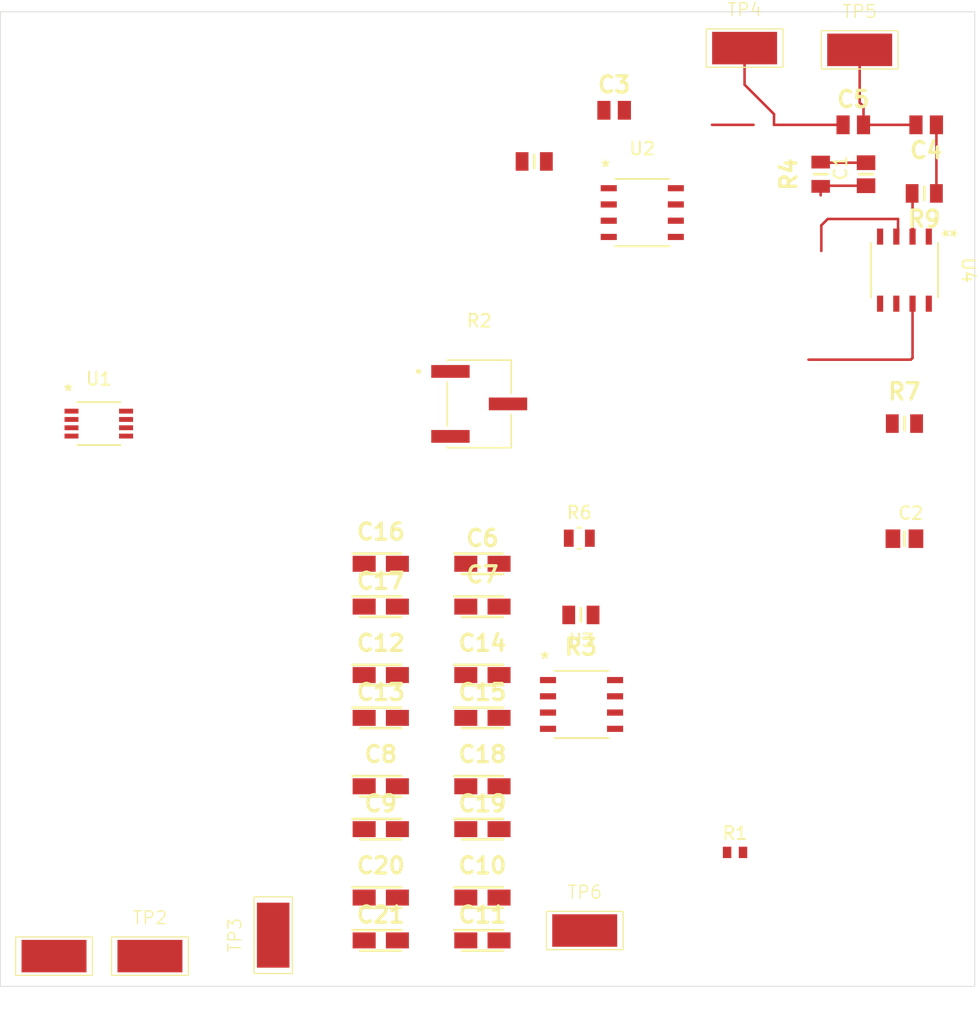
<source format=kicad_pcb>
(kicad_pcb (version 20241229) (generator "pcbnew") (generator_version "9.0")
  (layers (0 "F.Cu" signal) (4 "In1.Cu" signal) (6 "In2.Cu" signal) (8 "In3.Cu" signal) (10 "In4.Cu" signal) (2 "B.Cu" signal) (13 "F.Paste" user) (15 "B.Paste" user) (5 "F.SilkS" user "F.Silkscreen") (7 "B.SilkS" user "B.Silkscreen") (1 "F.Mask" user) (3 "B.Mask" user) (25 "Edge.Cuts" user))
  (net 0 "")
  (net 1 "Net-(U1-IN-)")
  (net 2 "Net-(U2--INA)")
  (net 3 "Net-(U3-+INA)")
  (net 4 "Net-(U4--INA)")
  (net 5 "Net-(C3-Pad1)")
  (net 6 "/PA98_in")
  (net 7 "Net-(C4-Pad1)")
  (net 8 "/measurement_in")
  (net 9 "GND")
  (net 10 "/Vplus")
  (net 11 "/Vminus")
  (net 12 "Net-(U1-RG+)")
  (net 13 "Net-(U1-RG-)")
  (net 15 "Net-(R2-Pad1)")
  (net 16 "Net-(U3--INA)")
  (net 17 "Net-(U1-IN+)")
  (net 18 "/Control_out")
  (footprint "Custom_capacitors:CAPC2012X145N(200pF 0805 0.1err)" (layer "F.Cu") (at 148.3 83)
    (property "Reference" "C3" (at 0 -2 0) (layer "F.SilkS") (effects (font (size 1.27 1.27) (thickness 0.254))))
    (property "Value" "200p" (hide yes))
    (pad "1" smd rect (at -0.8 0) (size 1.03 1.47) (layers "F.Cu" "F.Mask" "F.Paste") (net 5 "Net-(C3-Pad1)"))
    (pad "2" smd rect (at 0.8 0) (size 1.03 1.47) (layers "F.Cu" "F.Mask" "F.Paste") (net 6 "/PA98_in"))
  )
  (footprint "Custom_trimpot:PAD_EXT_2.54x5.08mm" (layer "F.Cu") (at 146 149.6375)
    (property "Reference" "TP6" (at 0 -5.5 0) (layer "F.SilkS") (effects (font (thickness 0.1))))
    (property "Value" "TestPoint")
    (fp_rect (start -3 -4) (end 3 -1) (stroke (width 0.1)) (fill no) (layer "F.SilkS"))
    (pad "1" smd rect (at 0 -2.5) (size 5.08 2.54) (layers "F.Cu" "F.Mask" "F.Paste") (net 9 "GND"))
  )
  (footprint "Custom_capacitors:CAPC2012X145N(200pF 0805 0.1err)" (layer "F.Cu") (at 167 84.1375)
    (property "Reference" "C5" (at 0 -2 0) (layer "F.SilkS") (effects (font (size 1.27 1.27) (thickness 0.254))))
    (property "Value" "200p" (hide yes))
    (pad "1" smd rect (at -0.8 0) (size 1.03 1.47) (layers "F.Cu" "F.Mask" "F.Paste") (net 6 "/PA98_in"))
    (pad "2" smd rect (at 0.8 0) (size 1.03 1.47) (layers "F.Cu" "F.Mask" "F.Paste") (net 8 "/measurement_in"))
  )
  (footprint "Custom_capacitors:CAPPM3216X180N(0.1uF 1206 0.1acc)" (layer "F.Cu") (at 130.05 127.16)
    (property "Reference" "C12" (at 0 -2.5 0) (layer "F.SilkS") (effects (font (size 1.27 1.27) (thickness 0.254))))
    (property "Value" "C1206C104K5RACTM" (hide yes))
    (fp_line (start -1.6 0.8) (end 1.6 0.8) (stroke (width 0.2)) (layer "F.SilkS"))
    (fp_line (start 1.6 -0.8) (end -2.2 -0.8) (stroke (width 0.2)) (layer "F.SilkS"))
    (pad "1" smd rect (at -1.3 0 90) (size 1.25 1.8) (layers "F.Cu" "F.Mask" "F.Paste") (net 10 "/Vplus"))
    (pad "2" smd rect (at 1.3 0 90) (size 1.25 1.8) (layers "F.Cu" "F.Mask" "F.Paste") (net 9 "GND"))
  )
  (footprint "Custom_trimpot:TRIM_TS63Y201KR10" (layer "F.Cu") (at 137.75 105.96)
    (property "Reference" "R2" (at 0 -6.5 0) (layer "F.SilkS"))
    (property "Value" "TS63Y201KR10")
    (fp_line (start -2.5 -3.425) (end 2.5 -3.425) (stroke (width 0.127)) (layer "F.SilkS"))
    (fp_line (start -2.5 -3.36) (end -2.5 -3.425) (stroke (width 0.127)) (layer "F.SilkS"))
    (fp_line (start -2.5 -1.72) (end -2.5 1.72) (stroke (width 0.127)) (layer "F.SilkS"))
    (fp_line (start -2.5 3.425) (end -2.5 3.36) (stroke (width 0.127)) (layer "F.SilkS"))
    (fp_line (start 2.5 -3.425) (end 2.5 -0.82) (stroke (width 0.127)) (layer "F.SilkS"))
    (fp_line (start 2.5 3.425) (end -2.5 3.425) (stroke (width 0.127)) (layer "F.SilkS"))
    (fp_line (start 2.5 3.425) (end 2.5 0.82) (stroke (width 0.127)) (layer "F.SilkS"))
    (fp_circle (center -4.75 -2.54) (end -4.65 -2.54) (stroke (width 0.2)) (fill no) (layer "F.SilkS"))
    (pad "1" smd rect (at -2.25 -2.54) (size 3 1) (layers "F.Cu" "F.Mask" "F.Paste") (net 15 "Net-(R2-Pad1)"))
    (pad "2" smd rect (at 2.25 0) (size 3 1) (layers "F.Cu" "F.Mask" "F.Paste") (net 9 "GND"))
    (pad "3" smd rect (at -2.25 2.54) (size 3 1) (layers "F.Cu" "F.Mask" "F.Paste"))
  )
  (footprint "Custom_resistors:RESC2012X55N(500 Ohm 0805 0.05err)" (layer "F.Cu") (at 172.55 89.5 180)
    (property "Reference" "R9" (at 0 -2 0) (layer "F.SilkS") (effects (font (size 1.27 1.27) (thickness 0.254))))
    (property "Value" "500" (hide yes))
    (fp_line (start 0 -0.525) (end 0 0.525) (stroke (width 0.2)) (layer "F.SilkS"))
    (pad "1" smd rect (at -0.95 0 180) (size 1 1.45) (layers "F.Cu" "F.Mask" "F.Paste") (net 7 "Net-(C4-Pad1)"))
    (pad "2" smd rect (at 0.95 0 180) (size 1 1.45) (layers "F.Cu" "F.Mask" "F.Paste") (net 4 "Net-(U4--INA)"))
  )
  (footprint "Custom_capacitors:CAPPM3216X180N(0.1uF 1206 0.1acc)" (layer "F.Cu") (at 138 121.81)
    (property "Reference" "C7" (at 0 -2.5 0) (layer "F.SilkS") (effects (font (size 1.27 1.27) (thickness 0.254))))
    (property "Value" "C1206C104K5RACTM" (hide yes))
    (fp_line (start -1.6 0.8) (end 1.6 0.8) (stroke (width 0.2)) (layer "F.SilkS"))
    (fp_line (start 1.6 -0.8) (end -2.2 -0.8) (stroke (width 0.2)) (layer "F.SilkS"))
    (pad "1" smd rect (at -1.3 0 90) (size 1.25 1.8) (layers "F.Cu" "F.Mask" "F.Paste") (net 10 "/Vplus"))
    (pad "2" smd rect (at 1.3 0 90) (size 1.25 1.8) (layers "F.Cu" "F.Mask" "F.Paste") (net 9 "GND"))
  )
  (footprint "Custom_resistors:RES_TNPW0603_VIS-L(2.7k Ohm 0603 0.1err)" (layer "F.Cu") (at 157.7553 141.0273)
    (property "Reference" "R1" (at 0 -1.5 0) (layer "F.SilkS"))
    (property "Value" "2.7k")
    (pad "1" smd rect (at -0.6223 0) (size 0.6604 0.889) (layers "F.Cu" "F.Mask" "F.Paste") (net 13 "Net-(U1-RG-)"))
    (pad "2" smd rect (at 0.6223 0) (size 0.6604 0.889) (layers "F.Cu" "F.Mask" "F.Paste") (net 12 "Net-(U1-RG+)"))
  )
  (footprint "Custom_capacitors:CAPPM3216X180N(0.1uF 1206 0.1acc)" (layer "F.Cu") (at 138 127.16)
    (property "Reference" "C14" (at 0 -2.5 0) (layer "F.SilkS") (effects (font (size 1.27 1.27) (thickness 0.254))))
    (property "Value" "C1206C104K5RACTM" (hide yes))
    (fp_line (start -1.6 0.8) (end 1.6 0.8) (stroke (width 0.2)) (layer "F.SilkS"))
    (fp_line (start 1.6 -0.8) (end -2.2 -0.8) (stroke (width 0.2)) (layer "F.SilkS"))
    (pad "1" smd rect (at -1.3 0 90) (size 1.25 1.8) (layers "F.Cu" "F.Mask" "F.Paste") (net 10 "/Vplus"))
    (pad "2" smd rect (at 1.3 0 90) (size 1.25 1.8) (layers "F.Cu" "F.Mask" "F.Paste") (net 9 "GND"))
  )
  (footprint "Custom_capacitors:CAPPM3216X180N(0.1uF 1206 0.1acc)" (layer "F.Cu") (at 130.05 144.56)
    (property "Reference" "C20" (at 0 -2.5 0) (layer "F.SilkS") (effects (font (size 1.27 1.27) (thickness 0.254))))
    (property "Value" "C1206C104K5RACTM" (hide yes))
    (fp_line (start -1.6 0.8) (end 1.6 0.8) (stroke (width 0.2)) (layer "F.SilkS"))
    (fp_line (start 1.6 -0.8) (end -2.2 -0.8) (stroke (width 0.2)) (layer "F.SilkS"))
    (pad "1" smd rect (at -1.3 0 90) (size 1.25 1.8) (layers "F.Cu" "F.Mask" "F.Paste") (net 9 "GND"))
    (pad "2" smd rect (at 1.3 0 90) (size 1.25 1.8) (layers "F.Cu" "F.Mask" "F.Paste") (net 11 "/Vminus"))
  )
  (footprint "Custom_capacitors:CAPPM3216X180N(1uF 35V 1206 0.1err" (layer "F.Cu") (at 130.05 121.81)
    (property "Reference" "C17" (at 0 -2 0) (layer "F.SilkS") (effects (font (size 1.27 1.27) (thickness 0.254))))
    (property "Value" "TH3A105K035D6600" (hide yes))
    (fp_line (start -1.6 0.8) (end 1.6 0.8) (stroke (width 0.2)) (layer "F.SilkS"))
    (fp_line (start 1.6 -0.8) (end -2.2 -0.8) (stroke (width 0.2)) (layer "F.SilkS"))
    (pad "1" smd rect (at -1.3 0 90) (size 1.25 1.8) (layers "F.Cu" "F.Mask" "F.Paste") (net 9 "GND"))
    (pad "2" smd rect (at 1.3 0 90) (size 1.25 1.8) (layers "F.Cu" "F.Mask" "F.Paste") (net 11 "/Vminus"))
  )
  (footprint "Custom_capacitors:CAPPM3216X180N(1uF 35V 1206 0.1err" (layer "F.Cu") (at 138 130.51)
    (property "Reference" "C15" (at 0 -2 0) (layer "F.SilkS") (effects (font (size 1.27 1.27) (thickness 0.254))))
    (property "Value" "TH3A105K035D6600" (hide yes))
    (fp_line (start -1.6 0.8) (end 1.6 0.8) (stroke (width 0.2)) (layer "F.SilkS"))
    (fp_line (start 1.6 -0.8) (end -2.2 -0.8) (stroke (width 0.2)) (layer "F.SilkS"))
    (pad "1" smd rect (at -1.3 0 90) (size 1.25 1.8) (layers "F.Cu" "F.Mask" "F.Paste") (net 10 "/Vplus"))
    (pad "2" smd rect (at 1.3 0 90) (size 1.25 1.8) (layers "F.Cu" "F.Mask" "F.Paste") (net 9 "GND"))
  )
  (footprint "Custom_trimpot:PAD_EXT_2.54x5.08mm" (layer "F.Cu") (at 158.5 80.6375)
    (property "Reference" "TP4" (at 0 -5.5 0) (layer "F.SilkS") (effects (font (thickness 0.1))))
    (property "Value" "TestPoint")
    (fp_rect (start -3 -4) (end 3 -1) (stroke (width 0.1)) (fill no) (layer "F.SilkS"))
    (pad "1" smd rect (at 0 -2.5) (size 5.08 2.54) (layers "F.Cu" "F.Mask" "F.Paste") (net 6 "/PA98_in"))
  )
  (footprint "Custom_capacitors:CAPPM3216X180N(0.1uF 1206 0.1acc)" (layer "F.Cu") (at 138 144.56)
    (property "Reference" "C10" (at 0 -2.5 0) (layer "F.SilkS") (effects (font (size 1.27 1.27) (thickness 0.254))))
    (property "Value" "C1206C104K5RACTM" (hide yes))
    (fp_line (start -1.6 0.8) (end 1.6 0.8) (stroke (width 0.2)) (layer "F.SilkS"))
    (fp_line (start 1.6 -0.8) (end -2.2 -0.8) (stroke (width 0.2)) (layer "F.SilkS"))
    (pad "1" smd rect (at -1.3 0 90) (size 1.25 1.8) (layers "F.Cu" "F.Mask" "F.Paste") (net 9 "GND"))
    (pad "2" smd rect (at 1.3 0 90) (size 1.25 1.8) (layers "F.Cu" "F.Mask" "F.Paste") (net 11 "/Vminus"))
  )
  (footprint "Custom_capacitors:CAPPM3216X180N(1uF 35V 1206 0.1err" (layer "F.Cu") (at 130.05 130.51)
    (property "Reference" "C13" (at 0 -2 0) (layer "F.SilkS") (effects (font (size 1.27 1.27) (thickness 0.254))))
    (property "Value" "TH3A105K035D6600" (hide yes))
    (fp_line (start -1.6 0.8) (end 1.6 0.8) (stroke (width 0.2)) (layer "F.SilkS"))
    (fp_line (start 1.6 -0.8) (end -2.2 -0.8) (stroke (width 0.2)) (layer "F.SilkS"))
    (pad "1" smd rect (at -1.3 0 90) (size 1.25 1.8) (layers "F.Cu" "F.Mask" "F.Paste") (net 10 "/Vplus"))
    (pad "2" smd rect (at 1.3 0 90) (size 1.25 1.8) (layers "F.Cu" "F.Mask" "F.Paste") (net 9 "GND"))
  )
  (footprint "Custom_amplifiers:LT6370HMS8_TRPBF_L" (layer "F.Cu") (at 108 107.5)
    (property "Reference" "U1" (at 0 -3.5 0) (layer "F.SilkS"))
    (property "Value" "LT6370HMS8-TRPBF")
    (fp_line (start -1.6764 1.6764) (end 1.6764 1.6764) (stroke (width 0.1524)) (layer "F.SilkS"))
    (fp_line (start 1.6764 -1.6764) (end -1.6764 -1.6764) (stroke (width 0.1524)) (layer "F.SilkS"))
    (fp_text user "*" (at -2.3876 -2.499 0) (layer "F.SilkS"))
    (fp_text user "*" (at -2.3876 -2.499 0) (layer "F.SilkS"))
    (pad "1" smd rect (at -2.1336 -0.974999) (size 1.0922 0.381) (layers "F.Cu" "F.Mask" "F.Paste") (net 13 "Net-(U1-RG-)"))
    (pad "2" smd rect (at -2.1336 -0.325001) (size 1.0922 0.381) (layers "F.Cu" "F.Mask" "F.Paste") (net 1 "Net-(U1-IN-)"))
    (pad "3" smd rect (at -2.1336 0.325001) (size 1.0922 0.381) (layers "F.Cu" "F.Mask" "F.Paste") (net 17 "Net-(U1-IN+)"))
    (pad "4" smd rect (at -2.1336 0.974999) (size 1.0922 0.381) (layers "F.Cu" "F.Mask" "F.Paste") (net 11 "/Vminus"))
    (pad "5" smd rect (at 2.1336 0.974999) (size 1.0922 0.381) (layers "F.Cu" "F.Mask" "F.Paste") (net 9 "GND"))
    (pad "6" smd rect (at 2.1336 0.325001) (size 1.0922 0.381) (layers "F.Cu" "F.Mask" "F.Paste") (net 18 "/Control_out"))
    (pad "7" smd rect (at 2.1336 -0.325001) (size 1.0922 0.381) (layers "F.Cu" "F.Mask" "F.Paste") (net 10 "/Vplus"))
    (pad "8" smd rect (at 2.1336 -0.974999) (size 1.0922 0.381) (layers "F.Cu" "F.Mask" "F.Paste") (net 12 "Net-(U1-RG+)"))
  )
  (footprint "Custom_trimpot:PAD_EXT_2.54x5.08mm" (layer "F.Cu") (at 124.1375 147.5 90)
    (property "Reference" "TP3" (at 0 -5.5 90) (layer "F.SilkS") (effects (font (thickness 0.1))))
    (property "Value" "TestPoint")
    (fp_rect (start -3 -4) (end 3 -1) (stroke (width 0.1)) (fill no) (layer "F.SilkS"))
    (pad "1" smd rect (at 0 -2.5 90) (size 5.08 2.54) (layers "F.Cu" "F.Mask" "F.Paste") (net 18 "/Control_out"))
  )
  (footprint "Custom_capacitors:CAPPM3216X180N(1uF 35V 1206 0.1err" (layer "F.Cu") (at 130.05 147.91)
    (property "Reference" "C21" (at 0 -2 0) (layer "F.SilkS") (effects (font (size 1.27 1.27) (thickness 0.254))))
    (property "Value" "TH3A105K035D6600" (hide yes))
    (fp_line (start -1.6 0.8) (end 1.6 0.8) (stroke (width 0.2)) (layer "F.SilkS"))
    (fp_line (start 1.6 -0.8) (end -2.2 -0.8) (stroke (width 0.2)) (layer "F.SilkS"))
    (pad "1" smd rect (at -1.3 0 90) (size 1.25 1.8) (layers "F.Cu" "F.Mask" "F.Paste") (net 9 "GND"))
    (pad "2" smd rect (at 1.3 0 90) (size 1.25 1.8) (layers "F.Cu" "F.Mask" "F.Paste") (net 11 "/Vminus"))
  )
  (footprint "Custom_resistors:RESC2012X55N(4.02k Ohm 0805 0.1err)" (layer "F.Cu") (at 171 107.5)
    (property "Reference" "R7" (at 0 -2.5 0) (layer "F.SilkS") (effects (font (size 1.27 1.27) (thickness 0.254))))
    (property "Value" "4.2k" (hide yes))
    (fp_line (start 0 -0.525) (end 0 0.525) (stroke (width 0.2)) (layer "F.SilkS"))
    (pad "1" smd rect (at -0.95 0) (size 1 1.45) (layers "F.Cu" "F.Mask" "F.Paste") (net 3 "Net-(U3-+INA)"))
    (pad "2" smd rect (at 0.95 0) (size 1 1.45) (layers "F.Cu" "F.Mask" "F.Paste") (net 4 "Net-(U4--INA)"))
  )
  (footprint "Custom_resistors:RESC2012X55N(500 Ohm 0805 0.05err)" (layer "F.Cu") (at 142.05 87 180)
    (property "Reference" "R8" (hide yes))
    (property "Value" "500" (hide yes))
    (fp_line (start 0 -0.525) (end 0 0.525) (stroke (width 0.2)) (layer "F.SilkS"))
    (pad "1" smd rect (at -0.95 0 180) (size 1 1.45) (layers "F.Cu" "F.Mask" "F.Paste") (net 5 "Net-(C3-Pad1)"))
    (pad "2" smd rect (at 0.95 0 180) (size 1 1.45) (layers "F.Cu" "F.Mask" "F.Paste") (net 2 "Net-(U2--INA)"))
  )
  (footprint "Custom_capacitors:CAPPM3216X180N(0.1uF 1206 0.1acc)" (layer "F.Cu") (at 130.05 135.86)
    (property "Reference" "C8" (at 0 -2.5 0) (layer "F.SilkS") (effects (font (size 1.27 1.27) (thickness 0.254))))
    (property "Value" "C1206C104K5RACTM" (hide yes))
    (fp_line (start -1.6 0.8) (end 1.6 0.8) (stroke (width 0.2)) (layer "F.SilkS"))
    (fp_line (start 1.6 -0.8) (end -2.2 -0.8) (stroke (width 0.2)) (layer "F.SilkS"))
    (pad "1" smd rect (at -1.3 0 90) (size 1.25 1.8) (layers "F.Cu" "F.Mask" "F.Paste") (net 9 "GND"))
    (pad "2" smd rect (at 1.3 0 90) (size 1.25 1.8) (layers "F.Cu" "F.Mask" "F.Paste") (net 11 "/Vminus"))
  )
  (footprint "Custom_trimpot:PAD_EXT_2.54x5.08mm" (layer "F.Cu") (at 112 151.6375)
    (property "Reference" "TP2" (at 0 -5.5 0) (layer "F.SilkS") (effects (font (thickness 0.1))))
    (property "Value" "TestPoint")
    (fp_rect (start -3 -4) (end 3 -1) (stroke (width 0.1)) (fill no) (layer "F.SilkS"))
    (pad "1" smd rect (at 0 -2.5) (size 5.08 2.54) (layers "F.Cu" "F.Mask" "F.Paste") (net 11 "/Vminus"))
  )
  (footprint "Custom_amplifiers:LT1793AIS_8_PBF" (layer "F.Cu") (at 150.5 91)
    (property "Reference" "U2" (at 0 -5 0) (layer "F.SilkS"))
    (property "Value" "LT1793AIS8-PBF")
    (fp_line (start -2.1209 2.6289) (end 2.1209 2.6289) (stroke (width 0.1524)) (layer "F.SilkS"))
    (fp_line (start 2.1209 -2.6289) (end -2.1209 -2.6289) (stroke (width 0.1524)) (layer "F.SilkS"))
    (fp_text user "*" (at -2.87655 -3.5306 0) (layer "F.SilkS"))
    (fp_text user "*" (at -2.87655 -3.5306 0) (layer "F.SilkS"))
    (pad "1" smd rect (at -2.62255 -1.905) (size 1.2573 0.4826) (layers "F.Cu" "F.Mask" "F.Paste"))
    (pad "2" smd rect (at -2.62255 -0.635) (size 1.2573 0.4826) (layers "F.Cu" "F.Mask" "F.Paste") (net 2 "Net-(U2--INA)"))
    (pad "3" smd rect (at -2.62255 0.635) (size 1.2573 0.4826) (layers "F.Cu" "F.Mask" "F.Paste") (net 9 "GND"))
    (pad "4" smd rect (at -2.62255 1.905) (size 1.2573 0.4826) (layers "F.Cu" "F.Mask" "F.Paste") (net 11 "/Vminus"))
    (pad "5" smd rect (at 2.62255 1.905) (size 1.2573 0.4826) (layers "F.Cu" "F.Mask" "F.Paste"))
    (pad "6" smd rect (at 2.62255 0.635) (size 1.2573 0.4826) (layers "F.Cu" "F.Mask" "F.Paste") (net 1 "Net-(U1-IN-)"))
    (pad "7" smd rect (at 2.62255 -0.635) (size 1.2573 0.4826) (layers "F.Cu" "F.Mask" "F.Paste") (net 10 "/Vplus"))
    (pad "8" smd rect (at 2.62255 -1.905) (size 1.2573 0.4826) (layers "F.Cu" "F.Mask" "F.Paste"))
  )
  (footprint "Custom_capacitors:CAPPM3216X180N(0.1uF 1206 0.1acc)" (layer "F.Cu") (at 130.05 118.46)
    (property "Reference" "C16" (at 0 -2.5 0) (layer "F.SilkS") (effects (font (size 1.27 1.27) (thickness 0.254))))
    (property "Value" "C1206C104K5RACTM" (hide yes))
    (fp_line (start -1.6 0.8) (end 1.6 0.8) (stroke (width 0.2)) (layer "F.SilkS"))
    (fp_line (start 1.6 -0.8) (end -2.2 -0.8) (stroke (width 0.2)) (layer "F.SilkS"))
    (pad "1" smd rect (at -1.3 0 90) (size 1.25 1.8) (layers "F.Cu" "F.Mask" "F.Paste") (net 9 "GND"))
    (pad "2" smd rect (at 1.3 0 90) (size 1.25 1.8) (layers "F.Cu" "F.Mask" "F.Paste") (net 11 "/Vminus"))
  )
  (footprint "Custom_capacitors:CAPPM3216X180N(1uF 35V 1206 0.1err" (layer "F.Cu") (at 138 139.21)
    (property "Reference" "C19" (at 0 -2 0) (layer "F.SilkS") (effects (font (size 1.27 1.27) (thickness 0.254))))
    (property "Value" "TH3A105K035D6600" (hide yes))
    (fp_line (start -1.6 0.8) (end 1.6 0.8) (stroke (width 0.2)) (layer "F.SilkS"))
    (fp_line (start 1.6 -0.8) (end -2.2 -0.8) (stroke (width 0.2)) (layer "F.SilkS"))
    (pad "1" smd rect (at -1.3 0 90) (size 1.25 1.8) (layers "F.Cu" "F.Mask" "F.Paste") (net 10 "/Vplus"))
    (pad "2" smd rect (at 1.3 0 90) (size 1.25 1.8) (layers "F.Cu" "F.Mask" "F.Paste") (net 9 "GND"))
  )
  (footprint "Custom_capacitors:CAPC2012X145N(200pF 0805 0.1err)" (layer "F.Cu") (at 172.7 84.1375 180)
    (property "Reference" "C4" (at 0 -2 0) (layer "F.SilkS") (effects (font (size 1.27 1.27) (thickness 0.254))))
    (property "Value" "200p" (hide yes))
    (pad "1" smd rect (at -0.8 0 180) (size 1.03 1.47) (layers "F.Cu" "F.Mask" "F.Paste") (net 7 "Net-(C4-Pad1)"))
    (pad "2" smd rect (at 0.8 0 180) (size 1.03 1.47) (layers "F.Cu" "F.Mask" "F.Paste") (net 8 "/measurement_in"))
  )
  (footprint "Custom_resistors:RESC2012X55N(4.02k Ohm 0805 0.1err)" (layer "F.Cu") (at 145.7 122.46 180)
    (property "Reference" "R3" (at 0 -2.5 0) (layer "F.SilkS") (effects (font (size 1.27 1.27) (thickness 0.254))))
    (property "Value" "4.2k" (hide yes))
    (fp_line (start 0 -0.525) (end 0 0.525) (stroke (width 0.2)) (layer "F.SilkS"))
    (pad "1" smd rect (at -0.95 0 180) (size 1 1.45) (layers "F.Cu" "F.Mask" "F.Paste") (net 17 "Net-(U1-IN+)"))
    (pad "2" smd rect (at 0.95 0 180) (size 1 1.45) (layers "F.Cu" "F.Mask" "F.Paste") (net 16 "Net-(U3--INA)"))
  )
  (footprint "Custom_amplifiers:LT1793AIS_8_PBF" (layer "F.Cu") (at 171 95.5 -90)
    (property "Reference" "U4" (at 0 -5 270) (layer "F.SilkS"))
    (property "Value" "LT1793AIS8-PBF")
    (fp_line (start -2.1209 2.6289) (end 2.1209 2.6289) (stroke (width 0.1524)) (layer "F.SilkS"))
    (fp_line (start 2.1209 -2.6289) (end -2.1209 -2.6289) (stroke (width 0.1524)) (layer "F.SilkS"))
    (fp_text user "*" (at -2.87655 -3.5306 90) (layer "F.SilkS"))
    (fp_text user "*" (at -2.87655 -3.5306 270) (layer "F.SilkS"))
    (pad "1" smd rect (at -2.62255 -1.905 270) (size 1.2573 0.4826) (layers "F.Cu" "F.Mask" "F.Paste"))
    (pad "2" smd rect (at -2.62255 -0.635 270) (size 1.2573 0.4826) (layers "F.Cu" "F.Mask" "F.Paste") (net 4 "Net-(U4--INA)"))
    (pad "3" smd rect (at -2.62255 0.635 270) (size 1.2573 0.4826) (layers "F.Cu" "F.Mask" "F.Paste") (net 9 "GND"))
    (pad "4" smd rect (at -2.62255 1.905 270) (size 1.2573 0.4826) (layers "F.Cu" "F.Mask" "F.Paste") (net 11 "/Vminus"))
    (pad "5" smd rect (at 2.62255 1.905 270) (size 1.2573 0.4826) (layers "F.Cu" "F.Mask" "F.Paste"))
    (pad "6" smd rect (at 2.62255 0.635 270) (size 1.2573 0.4826) (layers "F.Cu" "F.Mask" "F.Paste") (net 3 "Net-(U3-+INA)"))
    (pad "7" smd rect (at 2.62255 -0.635 270) (size 1.2573 0.4826) (layers "F.Cu" "F.Mask" "F.Paste") (net 10 "/Vplus"))
    (pad "8" smd rect (at 2.62255 -1.905 270) (size 1.2573 0.4826) (layers "F.Cu" "F.Mask" "F.Paste"))
  )
  (footprint "Custom_amplifiers:LT1793AIS_8_PBF" (layer "F.Cu") (at 145.75 129.46)
    (property "Reference" "U3" (at 0 -5 0) (layer "F.SilkS"))
    (property "Value" "LT1793AIS8-PBF")
    (fp_line (start -2.1209 2.6289) (end 2.1209 2.6289) (stroke (width 0.1524)) (layer "F.SilkS"))
    (fp_line (start 2.1209 -2.6289) (end -2.1209 -2.6289) (stroke (width 0.1524)) (layer "F.SilkS"))
    (fp_text user "*" (at -2.87655 -3.5306 0) (layer "F.SilkS"))
    (fp_text user "*" (at -2.87655 -3.5306 0) (layer "F.SilkS"))
    (pad "1" smd rect (at -2.62255 -1.905) (size 1.2573 0.4826) (layers "F.Cu" "F.Mask" "F.Paste"))
    (pad "2" smd rect (at -2.62255 -0.635) (size 1.2573 0.4826) (layers "F.Cu" "F.Mask" "F.Paste") (net 16 "Net-(U3--INA)"))
    (pad "3" smd rect (at -2.62255 0.635) (size 1.2573 0.4826) (layers "F.Cu" "F.Mask" "F.Paste") (net 3 "Net-(U3-+INA)"))
    (pad "4" smd rect (at -2.62255 1.905) (size 1.2573 0.4826) (layers "F.Cu" "F.Mask" "F.Paste") (net 11 "/Vminus"))
    (pad "5" smd rect (at 2.62255 1.905) (size 1.2573 0.4826) (layers "F.Cu" "F.Mask" "F.Paste"))
    (pad "6" smd rect (at 2.62255 0.635) (size 1.2573 0.4826) (layers "F.Cu" "F.Mask" "F.Paste") (net 17 "Net-(U1-IN+)"))
    (pad "7" smd rect (at 2.62255 -0.635) (size 1.2573 0.4826) (layers "F.Cu" "F.Mask" "F.Paste") (net 10 "/Vplus"))
    (pad "8" smd rect (at 2.62255 -1.905) (size 1.2573 0.4826) (layers "F.Cu" "F.Mask" "F.Paste"))
  )
  (footprint "Custom_trimpot:PAD_EXT_2.54x5.08mm" (layer "F.Cu") (at 104.5 151.6375)
    (property "Reference" "TP1" (hide yes))
    (property "Value" "TestPoint")
    (fp_rect (start -3 -4) (end 3 -1) (stroke (width 0.1)) (fill no) (layer "F.SilkS"))
    (pad "1" smd rect (at 0 -2.5) (size 5.08 2.54) (layers "F.Cu" "F.Mask" "F.Paste") (net 10 "/Vplus"))
  )
  (footprint "Custom_capacitors:CAPPM3216X180N(1uF 35V 1206 0.1err" (layer "F.Cu") (at 130.05 139.21)
    (property "Reference" "C9" (at 0 -2 0) (layer "F.SilkS") (effects (font (size 1.27 1.27) (thickness 0.254))))
    (property "Value" "TH3A105K035D6600" (hide yes))
    (fp_line (start -1.6 0.8) (end 1.6 0.8) (stroke (width 0.2)) (layer "F.SilkS"))
    (fp_line (start 1.6 -0.8) (end -2.2 -0.8) (stroke (width 0.2)) (layer "F.SilkS"))
    (pad "1" smd rect (at -1.3 0 90) (size 1.25 1.8) (layers "F.Cu" "F.Mask" "F.Paste") (net 9 "GND"))
    (pad "2" smd rect (at 1.3 0 90) (size 1.25 1.8) (layers "F.Cu" "F.Mask" "F.Paste") (net 11 "/Vminus"))
  )
  (footprint "Custom_resistors:RES_TNPW0805_VIS-L(3.92k Ohm 0805 0.1)" (layer "F.Cu") (at 145.5755 116.46)
    (property "Reference" "R6" (at 0 -2 0) (layer "F.SilkS"))
    (property "Value" "3.92k")
    (fp_line (start -0.148713 0.8255) (end 0.148713 0.8255) (stroke (width 0.1524)) (layer "F.SilkS"))
    (fp_line (start 0.148713 -0.8255) (end -0.148713 -0.8255) (stroke (width 0.1524)) (layer "F.SilkS"))
    (pad "1" smd rect (at -0.8255 0) (size 0.762 1.3462) (layers "F.Cu" "F.Mask" "F.Paste") (net 16 "Net-(U3--INA)"))
    (pad "2" smd rect (at 0.8255 0) (size 0.762 1.3462) (layers "F.Cu" "F.Mask" "F.Paste") (net 15 "Net-(R2-Pad1)"))
  )
  (footprint "Custom_capacitors:CAPPM3216X180N(1uF 35V 1206 0.1err" (layer "F.Cu") (at 138 147.91)
    (property "Reference" "C11" (at 0 -2 0) (layer "F.SilkS") (effects (font (size 1.27 1.27) (thickness 0.254))))
    (property "Value" "TH3A105K035D6600" (hide yes))
    (fp_line (start -1.6 0.8) (end 1.6 0.8) (stroke (width 0.2)) (layer "F.SilkS"))
    (fp_line (start 1.6 -0.8) (end -2.2 -0.8) (stroke (width 0.2)) (layer "F.SilkS"))
    (pad "1" smd rect (at -1.3 0 90) (size 1.25 1.8) (layers "F.Cu" "F.Mask" "F.Paste") (net 9 "GND"))
    (pad "2" smd rect (at 1.3 0 90) (size 1.25 1.8) (layers "F.Cu" "F.Mask" "F.Paste") (net 11 "/Vminus"))
  )
  (footprint "Custom_capacitors:CAPC2012X140N(50pF 1206 1 C0G 100V)" (layer "F.Cu") (at 171 116.5)
    (property "Reference" "C2" (at 0.5 -2 0) (layer "F.SilkS"))
    (property "Value" "50p")
    (fp_line (start 0 -0.55) (end 0 0.55) (stroke (width 0.2)) (layer "F.SilkS"))
    (pad "1" smd rect (at -0.9 0) (size 1.15 1.45) (layers "F.Cu" "F.Mask" "F.Paste") (net 3 "Net-(U3-+INA)"))
    (pad "2" smd rect (at 0.9 0) (size 1.15 1.45) (layers "F.Cu" "F.Mask" "F.Paste") (net 4 "Net-(U4--INA)"))
  )
  (footprint "Custom_capacitors:CAPC2012X140N(50pF 1206 1 C0G 100V)" (layer "F.Cu") (at 168 88 90)
    (property "Reference" "C1" (at 0.5 -2 90) (layer "F.SilkS"))
    (property "Value" "50p")
    (fp_line (start 0 -0.55) (end 0 0.55) (stroke (width 0.2)) (layer "F.SilkS"))
    (pad "1" smd rect (at -0.9 0 90) (size 1.15 1.45) (layers "F.Cu" "F.Mask" "F.Paste") (net 1 "Net-(U1-IN-)"))
    (pad "2" smd rect (at 0.9 0 90) (size 1.15 1.45) (layers "F.Cu" "F.Mask" "F.Paste") (net 2 "Net-(U2--INA)"))
  )
  (footprint "Custom_capacitors:CAPPM3216X180N(0.1uF 1206 0.1acc)" (layer "F.Cu") (at 138 135.86)
    (property "Reference" "C18" (at 0 -2.5 0) (layer "F.SilkS") (effects (font (size 1.27 1.27) (thickness 0.254))))
    (property "Value" "C1206C104K5RACTM" (hide yes))
    (fp_line (start -1.6 0.8) (end 1.6 0.8) (stroke (width 0.2)) (layer "F.SilkS"))
    (fp_line (start 1.6 -0.8) (end -2.2 -0.8) (stroke (width 0.2)) (layer "F.SilkS"))
    (pad "1" smd rect (at -1.3 0 90) (size 1.25 1.8) (layers "F.Cu" "F.Mask" "F.Paste") (net 10 "/Vplus"))
    (pad "2" smd rect (at 1.3 0 90) (size 1.25 1.8) (layers "F.Cu" "F.Mask" "F.Paste") (net 9 "GND"))
  )
  (footprint "Custom_trimpot:PAD_EXT_2.54x5.08mm" (layer "F.Cu") (at 167.5 80.775)
    (property "Reference" "TP5" (at 0 -5.5 0) (layer "F.SilkS") (effects (font (thickness 0.1))))
    (property "Value" "TestPoint")
    (fp_rect (start -3 -4) (end 3 -1) (stroke (width 0.1)) (fill no) (layer "F.SilkS"))
    (pad "1" smd rect (at 0 -2.5) (size 5.08 2.54) (layers "F.Cu" "F.Mask" "F.Paste") (net 8 "/measurement_in"))
  )
  (footprint "Custom_capacitors:CAPPM3216X180N(1uF 35V 1206 0.1err" (layer "F.Cu") (at 138 118.46)
    (property "Reference" "C6" (at 0 -2 0) (layer "F.SilkS") (effects (font (size 1.27 1.27) (thickness 0.254))))
    (property "Value" "TH3A105K035D6600" (hide yes))
    (fp_line (start -1.6 0.8) (end 1.6 0.8) (stroke (width 0.2)) (layer "F.SilkS"))
    (fp_line (start 1.6 -0.8) (end -2.2 -0.8) (stroke (width 0.2)) (layer "F.SilkS"))
    (pad "1" smd rect (at -1.3 0 90) (size 1.25 1.8) (layers "F.Cu" "F.Mask" "F.Paste") (net 10 "/Vplus"))
    (pad "2" smd rect (at 1.3 0 90) (size 1.25 1.8) (layers "F.Cu" "F.Mask" "F.Paste") (net 9 "GND"))
  )
  (footprint "Custom_resistors:RESC2012X55N(4.02k Ohm 0805 0.1err)" (layer "F.Cu") (at 164.45 88 90)
    (property "Reference" "R4" (at 0 -2.5 90) (layer "F.SilkS") (effects (font (size 1.27 1.27) (thickness 0.254))))
    (property "Value" "4.2k" (hide yes))
    (fp_line (start 0 -0.525) (end 0 0.525) (stroke (width 0.2)) (layer "F.SilkS"))
    (pad "1" smd rect (at -0.95 0 90) (size 1 1.45) (layers "F.Cu" "F.Mask" "F.Paste") (net 1 "Net-(U1-IN-)"))
    (pad "2" smd rect (at 0.95 0 90) (size 1 1.45) (layers "F.Cu" "F.Mask" "F.Paste") (net 2 "Net-(U2--INA)"))
  )
  (gr_rect (start 100.3 75.3) (end 176.5 151.5) (stroke (width 0.05)) (fill no) (layer "Edge.Cuts"))
  (segment (start 164.45 88.95) (end 164.45 89.65) (width 0.2) (layer "F.Cu") (net 1))
  (segment (start 168 88.9) (end 164.5 88.9) (width 0.2) (layer "F.Cu") (net 1))
  (segment (start 164.5 88.9) (end 164.45 88.95) (width 0.2) (layer "F.Cu") (net 1))
  (segment (start 164.5 87.1) (end 164.45 87.05) (width 0.2) (layer "F.Cu") (net 2))
  (segment (start 168 87.1) (end 164.5 87.1) (width 0.2) (layer "F.Cu") (net 2))
  (segment (start 171.635 92.87745) (end 171.635 89.535) (width 0.2) (layer "F.Cu") (net 4))
  (segment (start 171.635 89.535) (end 171.6 89.5) (width 0.2) (layer "F.Cu") (net 4))
  (segment (start 159.2 84.1375) (end 155.95 84.1375) (width 0.2) (layer "F.Cu") (net 5))
  (segment (start 166.2 84.1375) (end 160.8 84.1375) (width 0.2) (layer "F.Cu") (net 6))
  (segment (start 160.8 84.1375) (end 160.8 83.3) (width 0.2) (layer "F.Cu") (net 6))
  (segment (start 158.5 81) (end 158.5 78.1375) (width 0.2) (layer "F.Cu") (net 6))
  (segment (start 160.8 83.3) (end 158.5 81) (width 0.2) (layer "F.Cu") (net 6))
  (segment (start 173.5 89.5) (end 173.5 84.1375) (width 0.2) (layer "F.Cu") (net 7))
  (segment (start 167.5 82.4) (end 167.5 78.275) (width 0.2) (layer "F.Cu") (net 8))
  (segment (start 171.9 84.1375) (end 167.8 84.1375) (width 0.2) (layer "F.Cu") (net 8))
  (segment (start 167.8 84.1375) (end 167.8 82.7) (width 0.2) (layer "F.Cu") (net 8))
  (segment (start 167.8 82.7) (end 167.5 82.4) (width 0.2) (layer "F.Cu") (net 8))
  (segment (start 170.5 91.5) (end 170.5 92.74245) (width 0.2) (layer "F.Cu") (net 9))
  (segment (start 170.5 92.74245) (end 170.365 92.87745) (width 0.2) (layer "F.Cu") (net 9))
  (segment (start 164.5 94) (end 164.5 92) (width 0.2) (layer "F.Cu") (net 9))
  (segment (start 164.5 92) (end 165 91.5) (width 0.2) (layer "F.Cu") (net 9))
  (segment (start 165 91.5) (end 170.5 91.5) (width 0.2) (layer "F.Cu") (net 9))
  (segment (start 163.5 102.5) (end 171.5 102.5) (width 0.2) (layer "F.Cu") (net 10))
  (segment (start 171.635 102.365) (end 171.5 102.5) (width 0.2) (layer "F.Cu") (net 10))
  (segment (start 171.635 98.12255) (end 171.635 102.365) (width 0.2) (layer "F.Cu") (net 10))
)
</source>
